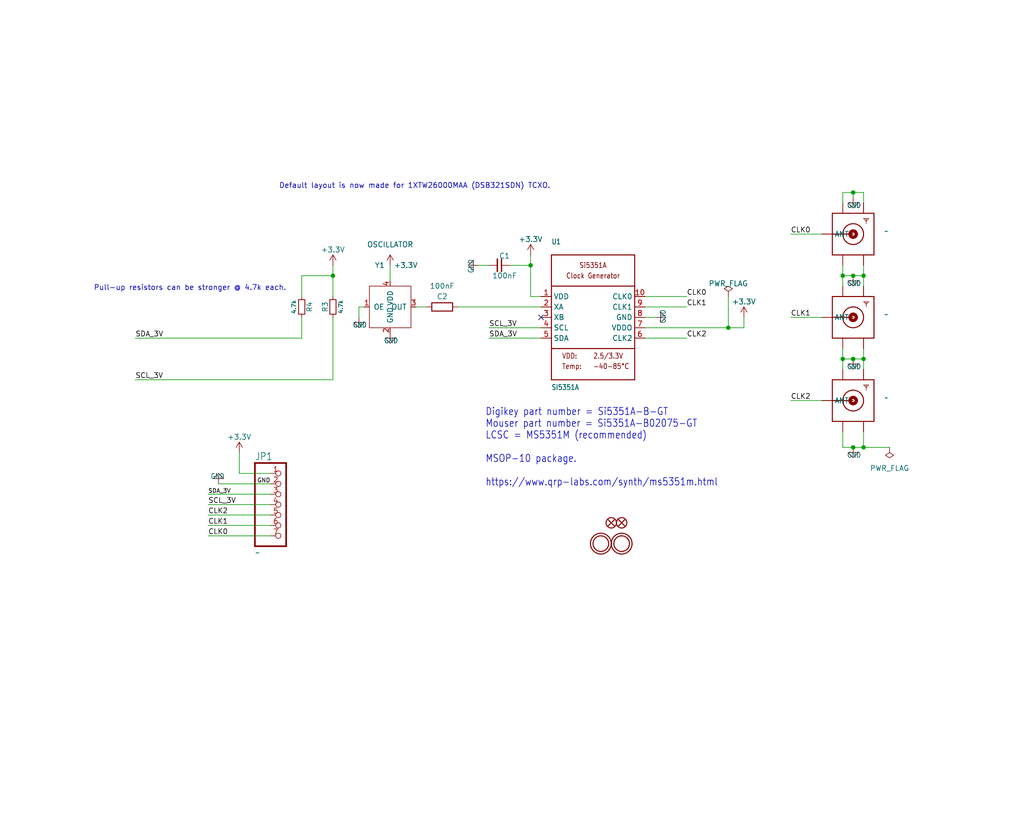
<source format=kicad_sch>
(kicad_sch (version 20230121) (generator eeschema)
  (paper "User" 250.012 200)
  (title_block (date "2023-01-04"))
  (lib_symbols
    (symbol "Adafruit Si5351A-eagle-import:FIDUCIAL{dblquote}{dblquote}"
      (symbol "FIDUCIAL{dblquote}{dblquote}_1_0"
        (polyline (pts (xy -0.762 0.762) (xy 0.762 -0.762)) (stroke (width 0.254)))
        (polyline (pts (xy 0.762 0.762) (xy -0.762 -0.762)) (stroke (width 0.254)))
        (circle (center 0 0) (radius 1.27) (stroke (width 0.254)))
      )
    )
    (symbol "Adafruit Si5351A-eagle-import:HEADER-1X7THICKER"
      (property "Reference" "JP" (at -6.35 10.795 0))
      (symbol "HEADER-1X7THICKER_1_0"
        (polyline (pts (xy -6.35 -10.16) (xy 1.27 -10.16)) (stroke (width 0.4064)))
        (polyline (pts (xy -6.35 10.16) (xy -6.35 -10.16)) (stroke (width 0.4064)))
        (polyline (pts (xy 1.27 -10.16) (xy 1.27 10.16)) (stroke (width 0.4064)))
        (polyline (pts (xy 1.27 10.16) (xy -6.35 10.16)) (stroke (width 0.4064)))
        (pin passive inverted (at -2.54 7.62 0) (length 2.54) (name "1") (number "1"))
        (pin passive inverted (at -2.54 5.08 0) (length 2.54) (name "2") (number "2"))
        (pin passive inverted (at -2.54 2.54 0) (length 2.54) (name "3") (number "3"))
        (pin passive inverted (at -2.54 0 0) (length 2.54) (name "4") (number "4"))
        (pin passive inverted (at -2.54 -2.54 0) (length 2.54) (name "5") (number "5"))
        (pin passive inverted (at -2.54 -5.08 0) (length 2.54) (name "6") (number "6"))
        (pin passive inverted (at -2.54 -7.62 0) (length 2.54) (name "7") (number "7"))
      )
    )
    (symbol "Adafruit Si5351A-eagle-import:MOUNTINGHOLE2.5"
      (symbol "MOUNTINGHOLE2.5_1_0"
        (circle (center 0 0) (radius 1.905) (stroke (width 0.254)))
        (circle (center 0 0) (radius 2.54) (stroke (width 0.254)))
      )
    )
    (symbol "Adafruit Si5351A-eagle-import:SI5351A"
      (property "Reference" "U" (at -10.16 17.78 0))
      (symbol "SI5351A_1_0"
        (polyline (pts (xy -10.16 -15.24) (xy 10.16 -15.24)) (stroke (width 0.254)))
        (polyline (pts (xy -10.16 -7.62) (xy -10.16 -15.24)) (stroke (width 0.254)))
        (polyline (pts (xy -10.16 -7.62) (xy -10.16 7.62)) (stroke (width 0.254)))
        (polyline (pts (xy -10.16 7.62) (xy -10.16 15.24)) (stroke (width 0.254)))
        (polyline (pts (xy -10.16 7.62) (xy 10.16 7.62)) (stroke (width 0.254)))
        (polyline (pts (xy -10.16 15.24) (xy 10.16 15.24)) (stroke (width 0.254)))
        (polyline (pts (xy 10.16 -15.24) (xy 10.16 -7.62)) (stroke (width 0.254)))
        (polyline (pts (xy 10.16 -7.62) (xy -10.16 -7.62)) (stroke (width 0.254)))
        (polyline (pts (xy 10.16 7.62) (xy 10.16 -7.62)) (stroke (width 0.254)))
        (polyline (pts (xy 10.16 15.24) (xy 10.16 7.62)) (stroke (width 0.254)))
        (text "-40-85°C" (at 0 -12.7 0) (effects (font (size 1.27 1.0795)) (justify left bottom)))
        (text "2.5/3.3V" (at 0 -10.16 0) (effects (font (size 1.27 1.0795)) (justify left bottom)))
        (text "Clock Generator" (at 0 10.16 0) (effects (font (size 1.27 1.0795))))
        (text "Si5351A" (at 0 12.7 0) (effects (font (size 1.27 1.0795))))
        (text "Temp:" (at -7.62 -12.7 0) (effects (font (size 1.27 1.0795)) (justify left bottom)))
        (text "VDD:" (at -7.62 -10.16 0) (effects (font (size 1.27 1.0795)) (justify left bottom)))
        (pin power_in line (at -12.7 5.08 0) (length 2.54) (name "VDD") (number "1"))
        (pin output line (at 12.7 5.08 180) (length 2.54) (name "CLK0") (number "10"))
        (pin input line (at -12.7 2.54 0) (length 2.54) (name "XA") (number "2"))
        (pin input line (at -12.7 0 0) (length 2.54) (name "XB") (number "3"))
        (pin input line (at -12.7 -2.54 0) (length 2.54) (name "SCL") (number "4"))
        (pin bidirectional line (at -12.7 -5.08 0) (length 2.54) (name "SDA") (number "5"))
        (pin output line (at 12.7 -5.08 180) (length 2.54) (name "CLK2") (number "6"))
        (pin power_in line (at 12.7 -2.54 180) (length 2.54) (name "VDDO") (number "7"))
        (pin power_in line (at 12.7 0 180) (length 2.54) (name "GND") (number "8"))
        (pin output line (at 12.7 2.54 180) (length 2.54) (name "CLK1") (number "9"))
      )
    )
    (symbol "Adafruit Si5351A-eagle-import:SMACONNECTOR_EDGE"
      (property "Reference" "X" (at 7.62 2.54 0))
      (symbol "SMACONNECTOR_EDGE_1_0"
        (polyline (pts (xy -5.08 -5.08) (xy -5.08 0)) (stroke (width 0.254)))
        (polyline (pts (xy -5.08 0) (xy -5.08 5.08)) (stroke (width 0.254)))
        (polyline (pts (xy -5.08 0) (xy 0 0)) (stroke (width 0.254)))
        (polyline (pts (xy -5.08 5.08) (xy 5.08 5.08)) (stroke (width 0.254)))
        (polyline (pts (xy 2.54 3.81) (xy 3.175 3.81)) (stroke (width 0.127)))
        (polyline (pts (xy 3.175 3.175) (xy 2.54 3.81)) (stroke (width 0.127)))
        (polyline (pts (xy 3.175 3.81) (xy 3.175 2.54)) (stroke (width 0.127)))
        (polyline (pts (xy 3.175 3.81) (xy 3.81 3.81)) (stroke (width 0.127)))
        (polyline (pts (xy 3.81 3.81) (xy 3.175 3.175)) (stroke (width 0.127)))
        (polyline (pts (xy 5.08 -5.08) (xy -5.08 -5.08)) (stroke (width 0.254)))
        (polyline (pts (xy 5.08 5.08) (xy 5.08 -5.08)) (stroke (width 0.254)))
        (circle (center 0 0) (radius 0.3592) (stroke (width 0.8128)))
        (circle (center 0 0) (radius 2.54) (stroke (width 0.254)))
        (pin power_in line (at 2.54 -7.62 90) (length 2.54) (name "GND4") (number "GND@1"))
        (pin power_in line (at -2.54 -7.62 90) (length 2.54) (name "GND3") (number "GND@2"))
        (pin power_in line (at 2.54 7.62 270) (length 2.54) (name "GND2") (number "GND@3"))
        (pin power_in line (at -2.54 7.62 270) (length 2.54) (name "GND1") (number "GND@4"))
        (pin bidirectional line (at -7.62 0 0) (length 2.54) (name "ANT") (number "P"))
      )
    )
    (symbol "Device:C_Small" (pin_numbers hide) (pin_names (offset 0.254) hide)
      (property "Reference" "C" (at 0.254 1.778 0))
      (property "Value" "C_Small" (at 0.254 -2.032 0))
      (symbol "C_Small_0_1"
        (polyline (pts (xy -1.524 -0.508) (xy 1.524 -0.508)) (stroke (width 0.3302)))
        (polyline (pts (xy -1.524 0.508) (xy 1.524 0.508)) (stroke (width 0.3048)))
      )
      (symbol "C_Small_1_1"
        (pin passive line (at 0 2.54 270) (length 2.032) (name "~") (number "1"))
        (pin passive line (at 0 -2.54 90) (length 2.032) (name "~") (number "2"))
      )
    )
    (symbol "Device:R" (pin_numbers hide) (pin_names (offset 0))
      (property "Reference" "R" (at 2.032 0 90))
      (property "Value" "R" (at 0 0 90))
      (symbol "R_0_1"
        (rectangle (start -1.016 -2.54) (end 1.016 2.54) (stroke (width 0.254)))
      )
      (symbol "R_1_1"
        (pin passive line (at 0 3.81 270) (length 1.27) (name "~") (number "1"))
        (pin passive line (at 0 -3.81 90) (length 1.27) (name "~") (number "2"))
      )
    )
    (symbol "Device:R_Small" (pin_numbers hide) (pin_names (offset 0.254) hide)
      (property "Reference" "R" (at 0.762 0.508 0))
      (property "Value" "R_Small" (at 0.762 -1.016 0))
      (symbol "R_Small_0_1"
        (rectangle (start -0.762 1.778) (end 0.762 -1.778) (stroke (width 0.2032)))
      )
      (symbol "R_Small_1_1"
        (pin passive line (at 0 2.54 270) (length 0.762) (name "~") (number "1"))
        (pin passive line (at 0 -2.54 90) (length 0.762) (name "~") (number "2"))
      )
    )
    (symbol "EtherkitKicadLibrary:OSCILLATOR" (pin_names (offset 1.016))
      (property "Reference" "U" (at -12.192 8.509 0))
      (property "Value" "OSCILLATOR" (at -7.747 6.477 0))
      (symbol "OSCILLATOR_0_1"
        (rectangle (start -5.08 5.08) (end 5.08 -5.08))
      )
      (symbol "OSCILLATOR_1_1"
        (pin passive line (at -6.35 0 0) (length 1.27) (name "OE") (number "1"))
        (pin passive line (at 0 -6.35 90) (length 1.27) (name "GND") (number "2"))
        (pin passive line (at 6.35 0 180) (length 1.27) (name "OUT") (number "3"))
        (pin passive line (at 0 6.35 270) (length 1.27) (name "VDD") (number "4"))
      )
    )
    (symbol "power:+3.3V" (power) (pin_names (offset 0))
      (property "Value" "+3.3V" (at 0 3.556 0))
      (symbol "+3.3V_0_1"
        (polyline (pts (xy -0.762 1.27) (xy 0 2.54)))
        (polyline (pts (xy 0 0) (xy 0 2.54)))
        (polyline (pts (xy 0 2.54) (xy 0.762 1.27)))
      )
      (symbol "+3.3V_1_1"
        (pin power_in line (at 0 0 90) (length 0) hide (name "+3.3V") (number "1"))
      )
    )
    (symbol "power:GND" (power) (pin_names (offset 0))
      (property "Value" "GND" (at 0 -3.81 0))
      (symbol "GND_0_1"
        (polyline (pts (xy 0 0) (xy 0 -1.27) (xy 1.27 -1.27) (xy 0 -2.54) (xy -1.27 -1.27) (xy 0 -1.27)))
      )
      (symbol "GND_1_1"
        (pin power_in line (at 0 0 270) (length 0) hide (name "GND") (number "1"))
      )
    )
    (symbol "power:PWR_FLAG" (power) (pin_numbers hide) (pin_names (offset 0) hide)
      (property "Value" "PWR_FLAG" (at 0 3.81 0))
      (symbol "PWR_FLAG_0_0"
        (pin power_out line (at 0 0 90) (length 0) (name "pwr") (number "1"))
      )
      (symbol "PWR_FLAG_0_1"
        (polyline (pts (xy 0 0) (xy 0 1.27) (xy -1.016 1.905) (xy 0 2.54) (xy 1.016 1.905) (xy 0 1.27)))
      )
    )
  )
  (junction (at 208.28 46.99))
  (junction (at 210.82 67.31))
  (junction (at 208.28 67.31))
  (junction (at 208.28 109.22))
  (junction (at 81.28 67.31))
  (junction (at 205.74 87.63))
  (junction (at 210.82 87.63))
  (junction (at 210.82 109.22))
  (junction (at 177.8 80.01))
  (junction (at 208.28 87.63))
  (junction (at 129.54 64.77))
  (junction (at 205.74 67.31))
  (no_connect (at 132.08 77.47))
  (wire (pts (xy 81.28 77.47) (xy 81.28 92.71)))
  (wire (pts (xy 124.46 64.77) (xy 129.54 64.77)))
  (wire (pts (xy 200.66 77.47) (xy 193.04 77.47)))
  (wire (pts (xy 205.74 67.31) (xy 208.28 67.31)))
  (wire (pts (xy 210.82 85.09) (xy 210.82 87.63)))
  (wire (pts (xy 205.74 109.22) (xy 208.28 109.22)))
  (wire (pts (xy 73.66 67.31) (xy 81.28 67.31)))
  (wire (pts (xy 210.82 64.77) (xy 210.82 67.31)))
  (wire (pts (xy 205.74 46.99) (xy 208.28 46.99)))
  (wire (pts (xy 205.74 64.77) (xy 205.74 67.31)))
  (wire (pts (xy 50.8 123.19) (xy 66.04 123.19)))
  (wire (pts (xy 73.66 67.31) (xy 73.66 72.39)))
  (wire (pts (xy 210.82 67.31) (xy 210.82 69.85)))
  (wire (pts (xy 177.8 72.39) (xy 177.8 80.01)))
  (wire (pts (xy 157.48 80.01) (xy 177.8 80.01)))
  (wire (pts (xy 208.28 46.99) (xy 208.28 48.26)))
  (wire (pts (xy 58.42 110.49) (xy 58.42 115.57)))
  (wire (pts (xy 132.08 82.55) (xy 119.38 82.55)))
  (wire (pts (xy 129.54 62.23) (xy 129.54 64.77)))
  (wire (pts (xy 119.38 64.77) (xy 116.84 64.77)))
  (wire (pts (xy 210.82 87.63) (xy 210.82 90.17)))
  (wire (pts (xy 208.28 67.31) (xy 210.82 67.31)))
  (wire (pts (xy 111.76 74.93) (xy 132.08 74.93)))
  (wire (pts (xy 81.28 67.31) (xy 81.28 64.77)))
  (wire (pts (xy 205.74 46.99) (xy 205.74 49.53)))
  (wire (pts (xy 205.74 85.09) (xy 205.74 87.63)))
  (wire (pts (xy 81.28 67.31) (xy 81.28 72.39)))
  (wire (pts (xy 66.04 125.73) (xy 50.8 125.73)))
  (wire (pts (xy 66.04 128.27) (xy 50.8 128.27)))
  (wire (pts (xy 200.66 97.79) (xy 193.04 97.79)))
  (wire (pts (xy 205.74 105.41) (xy 205.74 109.22)))
  (wire (pts (xy 205.74 87.63) (xy 208.28 87.63)))
  (wire (pts (xy 53.34 118.11) (xy 66.04 118.11)))
  (wire (pts (xy 177.8 80.01) (xy 181.61 80.01)))
  (wire (pts (xy 33.02 82.55) (xy 73.66 82.55)))
  (wire (pts (xy 157.48 72.39) (xy 167.64 72.39)))
  (wire (pts (xy 210.82 105.41) (xy 210.82 109.22)))
  (wire (pts (xy 132.08 72.39) (xy 129.54 72.39)))
  (wire (pts (xy 50.8 120.65) (xy 66.04 120.65)))
  (wire (pts (xy 101.6 74.93) (xy 104.14 74.93)))
  (wire (pts (xy 87.63 77.47) (xy 87.63 74.93)))
  (wire (pts (xy 200.66 57.15) (xy 193.04 57.15)))
  (wire (pts (xy 210.82 109.22) (xy 217.17 109.22)))
  (wire (pts (xy 132.08 80.01) (xy 119.38 80.01)))
  (wire (pts (xy 208.28 46.99) (xy 210.82 46.99)))
  (wire (pts (xy 205.74 67.31) (xy 205.74 69.85)))
  (wire (pts (xy 208.28 87.63) (xy 210.82 87.63)))
  (wire (pts (xy 129.54 64.77) (xy 129.54 72.39)))
  (wire (pts (xy 157.48 82.55) (xy 167.64 82.55)))
  (wire (pts (xy 87.63 74.93) (xy 88.9 74.93)))
  (wire (pts (xy 33.02 92.71) (xy 81.28 92.71)))
  (wire (pts (xy 181.61 77.47) (xy 181.61 80.01)))
  (wire (pts (xy 210.82 46.99) (xy 210.82 49.53)))
  (wire (pts (xy 208.28 109.22) (xy 210.82 109.22)))
  (wire (pts (xy 95.25 64.77) (xy 95.25 68.58)))
  (wire (pts (xy 157.48 77.47) (xy 160.02 77.47)))
  (wire (pts (xy 205.74 87.63) (xy 205.74 90.17)))
  (wire (pts (xy 157.48 74.93) (xy 167.64 74.93)))
  (wire (pts (xy 73.66 77.47) (xy 73.66 82.55)))
  (wire (pts (xy 66.04 130.81) (xy 50.8 130.81)))
  (wire (pts (xy 66.04 115.57) (xy 58.42 115.57)))
  (text "Default layout is now made for 1XTW26000MAA (DSB321SDN) TCXO." (at 134.4168 46.2026 0) (effects (font (size 1.27 1.27)) (justify right bottom)))
  (text "Pull-up resistors can be stronger @ 4.7k each." (at 22.86 71.12 0) (effects (font (size 1.27 1.27)) (justify left bottom)))
  (text "Digikey part number = Si5351A-B-GT\nMouser part number = Si5351A-B02075-GT\nLCSC = MS5351M (recommended)\n\nMSOP-10 package.\n\nhttps://www.qrp-labs.com/synth/ms5351m.html" (at 118.491 118.872 0) (effects (font (size 1.778 1.5113)) (justify left bottom)))
  (label "SCL_3V" (at 33.02 92.71 0) (effects (font (size 1.2446 1.2446))))
  (label "GND" (at 66.04 118.11 180) (effects (font (size 1.016 1.016))))
  (label "SDA_3V" (at 119.38 82.55 0) (effects (font (size 1.2446 1.2446))))
  (label "CLK1" (at 193.04 77.47 0) (effects (font (size 1.2446 1.2446))))
  (label "SCL_3V" (at 50.8 123.19 0) (effects (font (size 1.2446 1.2446))))
  (label "CLK2" (at 50.8 125.73 0) (effects (font (size 1.2446 1.2446))))
  (label "CLK2" (at 193.04 97.79 0) (effects (font (size 1.2446 1.2446))))
  (label "CLK1" (at 50.8 128.27 0) (effects (font (size 1.2446 1.2446))))
  (label "SDA_3V" (at 50.8 120.65 0) (effects (font (size 1 1))))
  (label "CLK0" (at 50.8 130.81 0) (effects (font (size 1.2446 1.2446))))
  (label "SCL_3V" (at 119.38 80.01 0) (effects (font (size 1.2446 1.2446))))
  (label "CLK2" (at 167.64 82.55 0) (effects (font (size 1.2446 1.2446))))
  (label "CLK1" (at 167.64 74.93 0) (effects (font (size 1.2446 1.2446))))
  (label "CLK0" (at 167.64 72.39 0) (effects (font (size 1.2446 1.2446))))
  (label "SDA_3V" (at 33.02 82.55 0) (effects (font (size 1.2446 1.2446))))
  (label "CLK0" (at 193.04 57.15 0) (effects (font (size 1.2446 1.2446))))
  (symbol (lib_id "Adafruit Si5351A-eagle-import:HEADER-1X7THICKER") (at 68.58 123.19 0) (unit 1)
    (property "Reference" "JP1" (at 62.23 112.395 0) (effects (font (size 1.778 1.5113)) (justify left bottom)))
    (property "Value" "~" (at 62.23 135.89 0) (effects (font (size 1.778 1.5113)) (justify left bottom)))
    (property "Footprint" "Adafruit Si5351A:1X07_ROUND_76" (effects hide))
  )
  (symbol (lib_id "power:GND") (at 208.28 87.63 0) (unit 1)
    (property "Reference" "#U$07" (effects hide))
    (property "Value" "~" (at 206.756 90.17 0) (effects (font (size 1.27 1.0795)) (justify left bottom)))
    (property "Footprint" "Adafruit Si5351A:" (effects hide))
  )
  (symbol (lib_id "Adafruit Si5351A-eagle-import:FIDUCIAL{dblquote}{dblquote}") (at 149.225 127.635 0) (unit 1)
    (property "Reference" "FID2" (effects hide))
    (property "Footprint" "Fiducial:Fiducial_1mm_Mask2mm" (effects hide))
  )
  (symbol (lib_id "Adafruit Si5351A-eagle-import:SI5351A") (at 144.78 77.47 0) (unit 1)
    (property "Reference" "U1" (at 134.62 59.69 0) (effects (font (size 1.27 1.0795)) (justify left bottom)))
    (property "Value" "SI5351A" (at 134.62 95.25 0) (effects (font (size 1.27 1.0795)) (justify left bottom)))
    (property "Footprint" "Package_SO:MSOP-10_3x3mm_P0.5mm" (effects hide))
  )
  (symbol (lib_id "power:+3.3V") (at 81.28 64.77 0) (unit 1)
    (property "Reference" "#PWR01" (effects hide))
    (property "Value" "+3.3V" (at 81.28 60.96 0))
  )
  (symbol (lib_id "Adafruit Si5351A-eagle-import:SMACONNECTOR_EDGE") (at 208.28 97.79 0) (unit 1)
    (property "Reference" "X3" (effects hide))
    (property "Value" "~" (at 215.9 97.79 0) (effects (font (size 1.27 1.0795)) (justify left bottom)))
    (property "Footprint" "footprints:SMA_EDGELAUNCH_Same" (effects hide))
  )
  (symbol (lib_id "Adafruit Si5351A-eagle-import:SMACONNECTOR_EDGE") (at 208.28 57.15 0) (unit 1)
    (property "Reference" "X1" (effects hide))
    (property "Value" "~" (at 215.9 57.15 0) (effects (font (size 1.27 1.0795)) (justify left bottom)))
    (property "Footprint" "footprints:SMA_EDGELAUNCH_Same" (effects hide))
  )
  (symbol (lib_id "Device:R_Small") (at 73.66 74.93 180) (unit 1)
    (property "Reference" "R4" (at 75.565 74.93 90))
    (property "Value" "4.7k" (at 71.755 74.93 90) (effects (font (size 1.016 1.016) bold)))
    (property "Footprint" "Resistor_SMD:R_0805_2012Metric_Pad1.20x1.40mm_HandSolder" (effects hide))
  )
  (symbol (lib_id "Adafruit Si5351A-eagle-import:MOUNTINGHOLE2.5") (at 151.765 132.715 0) (unit 1)
    (property "Reference" "H2" (effects hide))
    (property "Value" "MOUNTINGHOLE2.5" (effects hide))
    (property "Footprint" "MountingHole:MountingHole_2.5mm" (effects hide))
  )
  (symbol (lib_id "power:+3.3V") (at 181.61 77.47 0) (unit 1)
    (property "Reference" "#PWR03" (effects hide))
    (property "Value" "+3.3V" (at 181.61 73.66 0))
  )
  (symbol (lib_id "power:GND") (at 160.02 77.47 90) (unit 1)
    (property "Reference" "#U$03" (effects hide))
    (property "Value" "~" (at 162.56 78.994 0) (effects (font (size 1.27 1.0795)) (justify left bottom)))
    (property "Footprint" "Adafruit Si5351A:" (effects hide))
  )
  (symbol (lib_id "power:+3.3V") (at 58.42 110.49 0) (unit 1)
    (property "Reference" "#PWR0101" (effects hide))
    (property "Value" "+3.3V" (at 58.42 106.68 0))
  )
  (symbol (lib_id "EtherkitKicadLibrary:OSCILLATOR") (at 95.25 74.93 0) (unit 1)
    (property "Reference" "Y1" (at 92.71 64.77 0))
    (property "Value" "OSCILLATOR" (at 95.25 59.69 0))
    (property "Footprint" "footprints:XTAL_ASTX-H11-25.000MHZ-T-Same" (effects hide))
  )
  (symbol (lib_id "power:GND") (at 53.34 118.11 180) (unit 1)
    (property "Reference" "#U$021" (effects hide))
    (property "Value" "~" (at 54.864 115.57 0) (effects (font (size 1.27 1.0795)) (justify left bottom)))
    (property "Footprint" "Adafruit Si5351A:" (effects hide))
  )
  (symbol (lib_id "power:GND") (at 208.28 48.26 0) (unit 1)
    (property "Reference" "#U$09" (effects hide))
    (property "Value" "~" (at 206.756 50.8 0) (effects (font (size 1.27 1.0795)) (justify left bottom)))
    (property "Footprint" "Adafruit Si5351A:" (effects hide))
  )
  (symbol (lib_id "Device:C_Small") (at 121.92 64.77 270) (unit 1)
    (property "Reference" "C1" (at 123.17 62.48 90))
    (property "Value" "100nF" (at 123.19 67.31 90))
    (property "Footprint" "Capacitor_SMD:C_0805_2012Metric_Pad1.18x1.45mm_HandSolder" (effects hide))
  )
  (symbol (lib_id "Adafruit Si5351A-eagle-import:FIDUCIAL{dblquote}{dblquote}") (at 151.765 127.635 0) (unit 1)
    (property "Reference" "FID1" (effects hide))
    (property "Footprint" "Fiducial:Fiducial_1mm_Mask2mm" (effects hide))
  )
  (symbol (lib_id "Device:R") (at 107.95 74.93 90) (unit 1)
    (property "Reference" "C2" (at 107.95 72.39 90))
    (property "Value" "100nF" (at 107.9246 69.8246 90))
    (property "Footprint" "Capacitor_SMD:C_0805_2012Metric" (effects hide))
  )
  (symbol (lib_id "power:+3.3V") (at 95.25 64.77 0) (unit 1)
    (property "Reference" "#PWR0102" (effects hide))
    (property "Value" "+3.3V" (at 99.06 64.77 0))
  )
  (symbol (lib_id "power:PWR_FLAG") (at 217.17 109.22 180) (unit 1)
    (property "Reference" "#FLG01" (effects hide))
    (property "Value" "PWR_FLAG" (at 217.17 114.3 0))
  )
  (symbol (lib_id "power:GND") (at 87.63 77.47 0) (unit 1)
    (property "Reference" "#U$0102" (effects hide))
    (property "Value" "~" (at 86.106 80.01 0) (effects (font (size 1.27 1.0795)) (justify left bottom)))
    (property "Footprint" "Adafruit Si5351A:" (effects hide))
  )
  (symbol (lib_id "power:GND") (at 208.28 109.22 0) (unit 1)
    (property "Reference" "#U$06" (effects hide))
    (property "Value" "~" (at 206.756 111.76 0) (effects (font (size 1.27 1.0795)) (justify left bottom)))
    (property "Footprint" "Adafruit Si5351A:" (effects hide))
  )
  (symbol (lib_id "power:GND") (at 116.84 64.77 270) (unit 1)
    (property "Reference" "#U$0101" (effects hide))
    (property "Value" "~" (at 114.3 63.246 0) (effects (font (size 1.27 1.0795)) (justify left bottom)))
    (property "Footprint" "Adafruit Si5351A:" (effects hide))
  )
  (symbol (lib_id "Device:R_Small") (at 81.28 74.93 180) (unit 1)
    (property "Reference" "R3" (at 79.375 74.93 90))
    (property "Value" "4.7k" (at 83.185 74.93 90) (effects (font (size 1.016 1.016) bold)))
    (property "Footprint" "Resistor_SMD:R_0805_2012Metric_Pad1.20x1.40mm_HandSolder" (effects hide))
  )
  (symbol (lib_id "power:GND") (at 95.25 81.28 0) (unit 1)
    (property "Reference" "#U$04" (effects hide))
    (property "Value" "~" (at 93.726 83.82 0) (effects (font (size 1.27 1.0795)) (justify left bottom)))
    (property "Footprint" "Adafruit Si5351A:" (effects hide))
  )
  (symbol (lib_id "power:PWR_FLAG") (at 177.8 72.39 0) (unit 1)
    (property "Reference" "#FLG0101" (effects hide))
    (property "Value" "PWR_FLAG" (at 177.8 69.215 0))
  )
  (symbol (lib_id "Adafruit Si5351A-eagle-import:SMACONNECTOR_EDGE") (at 208.28 77.47 0) (unit 1)
    (property "Reference" "X2" (effects hide))
    (property "Value" "~" (at 215.9 77.47 0) (effects (font (size 1.27 1.0795)) (justify left bottom)))
    (property "Footprint" "footprints:SMA_EDGELAUNCH_Same" (effects hide))
  )
  (symbol (lib_id "power:GND") (at 208.28 67.31 0) (unit 1)
    (property "Reference" "#U$08" (effects hide))
    (property "Value" "~" (at 206.756 69.85 0) (effects (font (size 1.27 1.0795)) (justify left bottom)))
    (property "Footprint" "Adafruit Si5351A:" (effects hide))
  )
  (symbol (lib_id "power:+3.3V") (at 129.54 62.23 0) (unit 1)
    (property "Reference" "#PWR02" (effects hide))
    (property "Value" "+3.3V" (at 129.54 58.42 0))
  )
  (symbol (lib_id "Adafruit Si5351A-eagle-import:MOUNTINGHOLE2.5") (at 146.685 132.715 0) (unit 1)
    (property "Reference" "H1" (effects hide))
    (property "Value" "MOUNTINGHOLE2.5" (effects hide))
    (property "Footprint" "MountingHole:MountingHole_2.5mm" (effects hide))
  )
)
</source>
